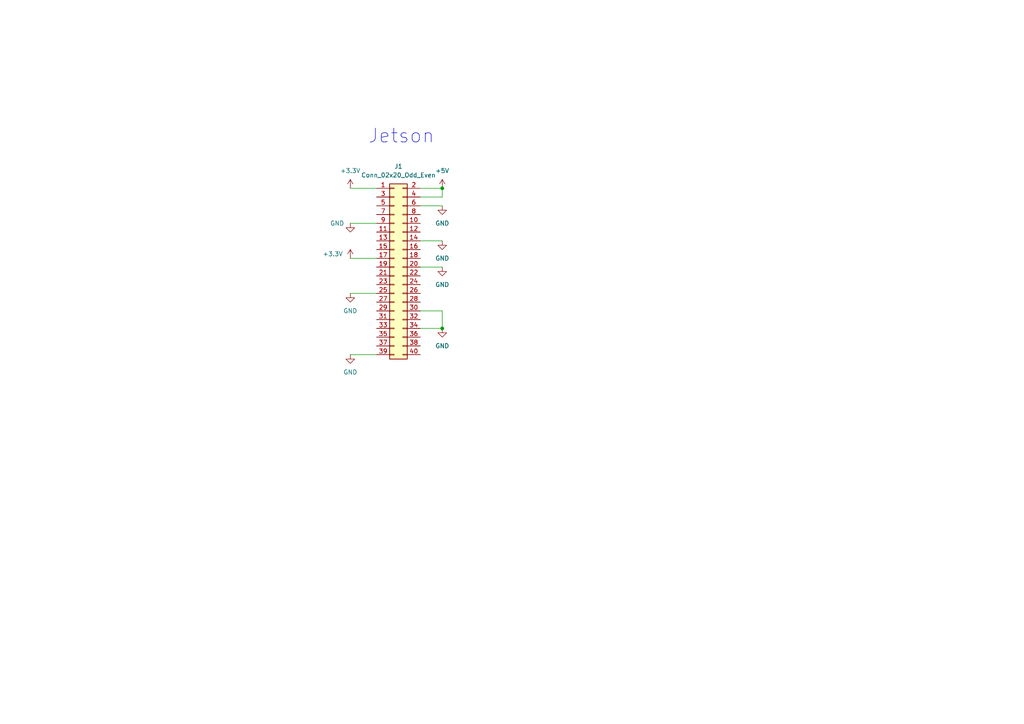
<source format=kicad_sch>
(kicad_sch (version 20230121) (generator eeschema)
  (paper "A4")
  (lib_symbols
    (symbol "Connector_Generic:Conn_02x20_Odd_Even" (pin_names (offset 1.016) hide)
      (property "Reference" "J" (at 1.27 25.4 0))
      (property "Value" "Conn_02x20_Odd_Even" (at 1.27 -27.94 0))
      (symbol "Conn_02x20_Odd_Even_1_1"
        (rectangle (start -1.27 -25.273) (end 0 -25.527) (stroke (width 0.1524)))
        (rectangle (start -1.27 -22.733) (end 0 -22.987) (stroke (width 0.1524)))
        (rectangle (start -1.27 -20.193) (end 0 -20.447) (stroke (width 0.1524)))
        (rectangle (start -1.27 -17.653) (end 0 -17.907) (stroke (width 0.1524)))
        (rectangle (start -1.27 -15.113) (end 0 -15.367) (stroke (width 0.1524)))
        (rectangle (start -1.27 -12.573) (end 0 -12.827) (stroke (width 0.1524)))
        (rectangle (start -1.27 -10.033) (end 0 -10.287) (stroke (width 0.1524)))
        (rectangle (start -1.27 -7.493) (end 0 -7.747) (stroke (width 0.1524)))
        (rectangle (start -1.27 -4.953) (end 0 -5.207) (stroke (width 0.1524)))
        (rectangle (start -1.27 -2.413) (end 0 -2.667) (stroke (width 0.1524)))
        (rectangle (start -1.27 0.127) (end 0 -0.127) (stroke (width 0.1524)))
        (rectangle (start -1.27 2.667) (end 0 2.413) (stroke (width 0.1524)))
        (rectangle (start -1.27 5.207) (end 0 4.953) (stroke (width 0.1524)))
        (rectangle (start -1.27 7.747) (end 0 7.493) (stroke (width 0.1524)))
        (rectangle (start -1.27 10.287) (end 0 10.033) (stroke (width 0.1524)))
        (rectangle (start -1.27 12.827) (end 0 12.573) (stroke (width 0.1524)))
        (rectangle (start -1.27 15.367) (end 0 15.113) (stroke (width 0.1524)))
        (rectangle (start -1.27 17.907) (end 0 17.653) (stroke (width 0.1524)))
        (rectangle (start -1.27 20.447) (end 0 20.193) (stroke (width 0.1524)))
        (rectangle (start -1.27 22.987) (end 0 22.733) (stroke (width 0.1524)))
        (rectangle (start -1.27 24.13) (end 3.81 -26.67) (stroke (width 0.254)) (fill (type background)))
        (rectangle (start 3.81 -25.273) (end 2.54 -25.527) (stroke (width 0.1524)))
        (rectangle (start 3.81 -22.733) (end 2.54 -22.987) (stroke (width 0.1524)))
        (rectangle (start 3.81 -20.193) (end 2.54 -20.447) (stroke (width 0.1524)))
        (rectangle (start 3.81 -17.653) (end 2.54 -17.907) (stroke (width 0.1524)))
        (rectangle (start 3.81 -15.113) (end 2.54 -15.367) (stroke (width 0.1524)))
        (rectangle (start 3.81 -12.573) (end 2.54 -12.827) (stroke (width 0.1524)))
        (rectangle (start 3.81 -10.033) (end 2.54 -10.287) (stroke (width 0.1524)))
        (rectangle (start 3.81 -7.493) (end 2.54 -7.747) (stroke (width 0.1524)))
        (rectangle (start 3.81 -4.953) (end 2.54 -5.207) (stroke (width 0.1524)))
        (rectangle (start 3.81 -2.413) (end 2.54 -2.667) (stroke (width 0.1524)))
        (rectangle (start 3.81 0.127) (end 2.54 -0.127) (stroke (width 0.1524)))
        (rectangle (start 3.81 2.667) (end 2.54 2.413) (stroke (width 0.1524)))
        (rectangle (start 3.81 5.207) (end 2.54 4.953) (stroke (width 0.1524)))
        (rectangle (start 3.81 7.747) (end 2.54 7.493) (stroke (width 0.1524)))
        (rectangle (start 3.81 10.287) (end 2.54 10.033) (stroke (width 0.1524)))
        (rectangle (start 3.81 12.827) (end 2.54 12.573) (stroke (width 0.1524)))
        (rectangle (start 3.81 15.367) (end 2.54 15.113) (stroke (width 0.1524)))
        (rectangle (start 3.81 17.907) (end 2.54 17.653) (stroke (width 0.1524)))
        (rectangle (start 3.81 20.447) (end 2.54 20.193) (stroke (width 0.1524)))
        (rectangle (start 3.81 22.987) (end 2.54 22.733) (stroke (width 0.1524)))
        (pin passive line (at -5.08 22.86 0) (length 3.81) (name "Pin_1") (number "1"))
        (pin passive line (at 7.62 12.7 180) (length 3.81) (name "Pin_10") (number "10"))
        (pin passive line (at -5.08 10.16 0) (length 3.81) (name "Pin_11") (number "11"))
        (pin passive line (at 7.62 10.16 180) (length 3.81) (name "Pin_12") (number "12"))
        (pin passive line (at -5.08 7.62 0) (length 3.81) (name "Pin_13") (number "13"))
        (pin passive line (at 7.62 7.62 180) (length 3.81) (name "Pin_14") (number "14"))
        (pin passive line (at -5.08 5.08 0) (length 3.81) (name "Pin_15") (number "15"))
        (pin passive line (at 7.62 5.08 180) (length 3.81) (name "Pin_16") (number "16"))
        (pin passive line (at -5.08 2.54 0) (length 3.81) (name "Pin_17") (number "17"))
        (pin passive line (at 7.62 2.54 180) (length 3.81) (name "Pin_18") (number "18"))
        (pin passive line (at -5.08 0 0) (length 3.81) (name "Pin_19") (number "19"))
        (pin passive line (at 7.62 22.86 180) (length 3.81) (name "Pin_2") (number "2"))
        (pin passive line (at 7.62 0 180) (length 3.81) (name "Pin_20") (number "20"))
        (pin passive line (at -5.08 -2.54 0) (length 3.81) (name "Pin_21") (number "21"))
        (pin passive line (at 7.62 -2.54 180) (length 3.81) (name "Pin_22") (number "22"))
        (pin passive line (at -5.08 -5.08 0) (length 3.81) (name "Pin_23") (number "23"))
        (pin passive line (at 7.62 -5.08 180) (length 3.81) (name "Pin_24") (number "24"))
        (pin passive line (at -5.08 -7.62 0) (length 3.81) (name "Pin_25") (number "25"))
        (pin passive line (at 7.62 -7.62 180) (length 3.81) (name "Pin_26") (number "26"))
        (pin passive line (at -5.08 -10.16 0) (length 3.81) (name "Pin_27") (number "27"))
        (pin passive line (at 7.62 -10.16 180) (length 3.81) (name "Pin_28") (number "28"))
        (pin passive line (at -5.08 -12.7 0) (length 3.81) (name "Pin_29") (number "29"))
        (pin passive line (at -5.08 20.32 0) (length 3.81) (name "Pin_3") (number "3"))
        (pin passive line (at 7.62 -12.7 180) (length 3.81) (name "Pin_30") (number "30"))
        (pin passive line (at -5.08 -15.24 0) (length 3.81) (name "Pin_31") (number "31"))
        (pin passive line (at 7.62 -15.24 180) (length 3.81) (name "Pin_32") (number "32"))
        (pin passive line (at -5.08 -17.78 0) (length 3.81) (name "Pin_33") (number "33"))
        (pin passive line (at 7.62 -17.78 180) (length 3.81) (name "Pin_34") (number "34"))
        (pin passive line (at -5.08 -20.32 0) (length 3.81) (name "Pin_35") (number "35"))
        (pin passive line (at 7.62 -20.32 180) (length 3.81) (name "Pin_36") (number "36"))
        (pin passive line (at -5.08 -22.86 0) (length 3.81) (name "Pin_37") (number "37"))
        (pin passive line (at 7.62 -22.86 180) (length 3.81) (name "Pin_38") (number "38"))
        (pin passive line (at -5.08 -25.4 0) (length 3.81) (name "Pin_39") (number "39"))
        (pin passive line (at 7.62 20.32 180) (length 3.81) (name "Pin_4") (number "4"))
        (pin passive line (at 7.62 -25.4 180) (length 3.81) (name "Pin_40") (number "40"))
        (pin passive line (at -5.08 17.78 0) (length 3.81) (name "Pin_5") (number "5"))
        (pin passive line (at 7.62 17.78 180) (length 3.81) (name "Pin_6") (number "6"))
        (pin passive line (at -5.08 15.24 0) (length 3.81) (name "Pin_7") (number "7"))
        (pin passive line (at 7.62 15.24 180) (length 3.81) (name "Pin_8") (number "8"))
        (pin passive line (at -5.08 12.7 0) (length 3.81) (name "Pin_9") (number "9"))
      )
    )
    (symbol "power:+3.3V" (power) (pin_names (offset 0))
      (property "Value" "+3.3V" (at 0 3.556 0))
      (symbol "+3.3V_0_1"
        (polyline (pts (xy -0.762 1.27) (xy 0 2.54)))
        (polyline (pts (xy 0 0) (xy 0 2.54)))
        (polyline (pts (xy 0 2.54) (xy 0.762 1.27)))
      )
      (symbol "+3.3V_1_1"
        (pin power_in line (at 0 0 90) (length 0) hide (name "+3.3V") (number "1"))
      )
    )
    (symbol "power:+5V" (power) (pin_names (offset 0))
      (property "Value" "+5V" (at 0 3.556 0))
      (symbol "+5V_0_1"
        (polyline (pts (xy -0.762 1.27) (xy 0 2.54)))
        (polyline (pts (xy 0 0) (xy 0 2.54)))
        (polyline (pts (xy 0 2.54) (xy 0.762 1.27)))
      )
      (symbol "+5V_1_1"
        (pin power_in line (at 0 0 90) (length 0) hide (name "+5V") (number "1"))
      )
    )
    (symbol "power:GND" (power) (pin_names (offset 0))
      (property "Value" "GND" (at 0 -3.81 0))
      (symbol "GND_0_1"
        (polyline (pts (xy 0 0) (xy 0 -1.27) (xy 1.27 -1.27) (xy 0 -2.54) (xy -1.27 -1.27) (xy 0 -1.27)))
      )
      (symbol "GND_1_1"
        (pin power_in line (at 0 0 270) (length 0) hide (name "GND") (number "1"))
      )
    )
  )
  (junction (at 128.27 95.25))
  (junction (at 128.27 54.61))
  (wire (pts (xy 101.6 102.87) (xy 109.22 102.87)))
  (wire (pts (xy 121.92 69.85) (xy 128.27 69.85)))
  (wire (pts (xy 128.27 57.15) (xy 128.27 54.61)))
  (wire (pts (xy 121.92 95.25) (xy 128.27 95.25)))
  (wire (pts (xy 121.92 77.47) (xy 128.27 77.47)))
  (wire (pts (xy 101.6 64.77) (xy 109.22 64.77)))
  (wire (pts (xy 121.92 90.17) (xy 128.27 90.17)))
  (wire (pts (xy 101.6 85.09) (xy 109.22 85.09)))
  (wire (pts (xy 121.92 54.61) (xy 128.27 54.61)))
  (wire (pts (xy 121.92 59.69) (xy 128.27 59.69)))
  (wire (pts (xy 101.6 54.61) (xy 109.22 54.61)))
  (wire (pts (xy 128.27 90.17) (xy 128.27 95.25)))
  (wire (pts (xy 101.6 74.93) (xy 109.22 74.93)))
  (wire (pts (xy 121.92 57.15) (xy 128.27 57.15)))
  (text "Jetson" (at 106.68 41.91 0) (effects (font (size 4 4)) (justify left bottom)))
  (symbol (lib_id "Connector_Generic:Conn_02x20_Odd_Even") (at 114.3 77.47 0) (unit 1)
    (property "Reference" "J1" (at 115.57 48.26 0))
    (property "Value" "Conn_02x20_Odd_Even" (at 115.57 50.8 0))
    (property "Footprint" "Connector_PinHeader_1.00mm:PinHeader_2x20_P1.00mm_Vertical" (effects hide))
  )
  (symbol (lib_id "power:+5V") (at 128.27 54.61 0) (unit 1)
    (property "Reference" "#PWR01" (effects hide))
    (property "Value" "+5V" (at 128.27 49.53 0))
  )
  (symbol (lib_id "power:GND") (at 128.27 77.47 0) (unit 1)
    (property "Reference" "#PWR09" (effects hide))
    (property "Value" "GND" (at 128.27 82.55 0))
  )
  (symbol (lib_id "power:GND") (at 101.6 102.87 0) (unit 1)
    (property "Reference" "#PWR08" (effects hide))
    (property "Value" "GND" (at 101.6 107.95 0))
  )
  (symbol (lib_id "power:GND") (at 128.27 59.69 0) (unit 1)
    (property "Reference" "#PWR03" (effects hide))
    (property "Value" "GND" (at 128.27 64.77 0))
  )
  (symbol (lib_id "power:GND") (at 128.27 95.25 0) (unit 1)
    (property "Reference" "#PWR011" (effects hide))
    (property "Value" "GND" (at 128.27 100.33 0))
  )
  (symbol (lib_id "power:+3.3V") (at 101.6 74.93 0) (unit 1)
    (property "Reference" "#PWR06" (effects hide))
    (property "Value" "+3.3V" (at 96.52 73.66 0))
  )
  (symbol (lib_id "power:GND") (at 101.6 64.77 0) (unit 1)
    (property "Reference" "#PWR05" (effects hide))
    (property "Value" "GND" (at 97.79 64.77 0))
  )
  (symbol (lib_id "power:+3.3V") (at 101.6 54.61 0) (unit 1)
    (property "Reference" "#PWR02" (effects hide))
    (property "Value" "+3.3V" (at 101.6 49.53 0))
  )
  (symbol (lib_id "power:GND") (at 128.27 69.85 0) (unit 1)
    (property "Reference" "#PWR04" (effects hide))
    (property "Value" "GND" (at 128.27 74.93 0))
  )
  (symbol (lib_id "power:GND") (at 101.6 85.09 0) (unit 1)
    (property "Reference" "#PWR07" (effects hide))
    (property "Value" "GND" (at 101.6 90.17 0))
  )
)
</source>
